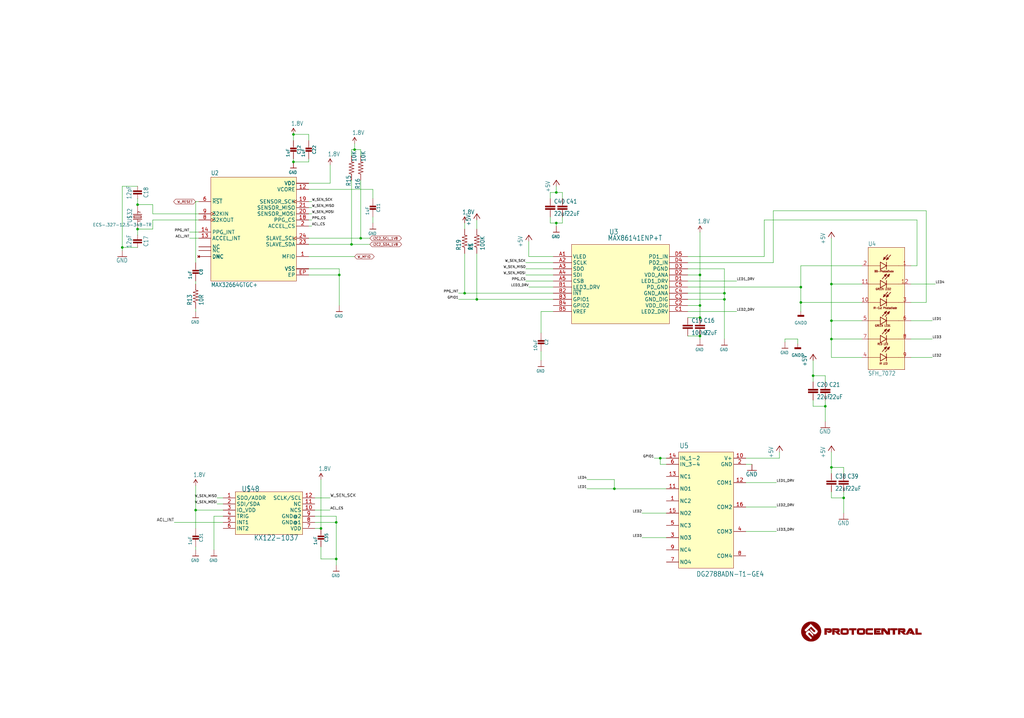
<source format=kicad_sch>
(kicad_sch (version 20250114) (generator "eeschema") (generator_version "9.0")
  (paper "User" 425.45 298.602)
  (lib_symbols
    (symbol "pc_healthypi_move_sensor_v7-eagle-import:+5V" (power)
      (symbol "+5V_1_0"
        (pin power_in line (at 0 -2.54 90) (length 2.54) (name "+5V") (number "1"))
      )
    )
    (symbol "pc_healthypi_move_sensor_v7-eagle-import:1.8V" (power)
      (symbol "1.8V_1_0"
        (pin power_in line (at 0 0 90) (length 2.54) (name "1.8V") (number "1"))
      )
    )
    (symbol "pc_healthypi_move_sensor_v7-eagle-import:C-EUC0402"
      (property "Reference" "C" (at 1.524 0.381 0))
      (symbol "C-EUC0402_1_0"
        (pin passive line (at 0 2.54 270) (length 2.54) (name "1") (number "1"))
        (pin passive line (at 0 -5.08 90) (length 2.54) (name "2") (number "2"))
      )
    )
    (symbol "pc_healthypi_move_sensor_v7-eagle-import:CAPACITORS-0402"
      (property "Reference" "C" (at 0 2.54 0))
      (symbol "CAPACITORS-0402_1_0"
        (pin passive line (at -2.54 0 0) (length 0) (name "1") (number "1"))
        (pin passive line (at 2.54 0 180) (length 0) (name "2") (number "2"))
      )
    )
    (symbol "pc_healthypi_move_sensor_v7-eagle-import:CAP_CERAMIC0402"
      (property "Reference" "C" (at 2.54 2.54 0))
      (symbol "CAP_CERAMIC0402_1_0"
        (pin passive line (at 0 5.08 270) (length 2.54) (name "P$1") (number "1"))
        (pin passive line (at 0 -2.54 90) (length 2.54) (name "P$2") (number "2"))
      )
    )
    (symbol "pc_healthypi_move_sensor_v7-eagle-import:DG2788ADN-T1-GE4"
      (property "Reference" "U5" (at -12.3444 26.8986 0))
      (property "Value" "DG2788ADN-T1-GE4" (at -5.3594 -26.4414 0))
      (symbol "DG2788ADN-T1-GE4_1_0"
        (pin bidirectional line (at -17.78 22.86 0) (length 5.08) (name "IN_1-2") (number "14"))
        (pin bidirectional line (at -17.78 20.32 0) (length 5.08) (name "IN_3-4") (number "6"))
        (pin bidirectional line (at -17.78 15.24 0) (length 5.08) (name "NC1") (number "13"))
        (pin bidirectional line (at -17.78 10.16 0) (length 5.08) (name "NO1") (number "11"))
        (pin bidirectional line (at -17.78 5.08 0) (length 5.08) (name "NC2") (number "1"))
        (pin bidirectional line (at -17.78 0 0) (length 5.08) (name "NO2") (number "15"))
        (pin bidirectional line (at -17.78 -5.08 0) (length 5.08) (name "NC3") (number "5"))
        (pin bidirectional line (at -17.78 -10.16 0) (length 5.08) (name "NO3") (number "3"))
        (pin bidirectional line (at -17.78 -15.24 0) (length 5.08) (name "NC4") (number "9"))
        (pin bidirectional line (at -17.78 -20.32 0) (length 5.08) (name "NO4") (number "7"))
        (pin power_in line (at 15.24 22.86 180) (length 5.08) (name "V+") (number "10"))
        (pin passive line (at 15.24 20.32 180) (length 5.08) (name "GND") (number "2"))
        (pin bidirectional line (at 15.24 12.7 180) (length 5.08) (name "COM1") (number "12"))
        (pin bidirectional line (at 15.24 2.54 180) (length 5.08) (name "COM2") (number "16"))
        (pin bidirectional line (at 15.24 -7.62 180) (length 5.08) (name "COM3") (number "4"))
        (pin bidirectional line (at 15.24 -17.78 180) (length 5.08) (name "COM4") (number "8"))
      )
    )
    (symbol "pc_healthypi_move_sensor_v7-eagle-import:ECS-X-34B"
      (symbol "ECS-X-34B_1_0"
        (text "1" (at -2.159 -1.143 0) (effects (font (size 0.8636 0.734)) (justify left bottom)))
        (text "2" (at 1.524 -1.143 0) (effects (font (size 0.8636 0.734)) (justify left bottom)))
        (pin passive line (at -5.08 0 0) (length 2.54) (name "1") (number "P$1"))
        (pin passive line (at 5.08 0 180) (length 2.54) (name "2") (number "P$2"))
      )
    )
    (symbol "pc_healthypi_move_sensor_v7-eagle-import:GND" (power)
      (symbol "GND_1_0"
        (pin power_in line (at 0 2.54 270) (length 2.54) (name "GND") (number "1"))
      )
    )
    (symbol "pc_healthypi_move_sensor_v7-eagle-import:KX122-1037"
      (property "Reference" "U$48" (at -10.16 10.16 0))
      (property "Value" "KX122-1037" (at -5.08 -10.16 0))
      (symbol "KX122-1037_1_0"
        (pin bidirectional line (at -17.78 7.62 0) (length 5.08) (name "SDO/ADDR") (number "1"))
        (pin bidirectional line (at -17.78 5.08 0) (length 5.08) (name "SDI/SDA") (number "2"))
        (pin bidirectional line (at -17.78 2.54 0) (length 5.08) (name "IO_VDD") (number "3"))
        (pin bidirectional line (at -17.78 0 0) (length 5.08) (name "TRIG") (number "4"))
        (pin bidirectional line (at -17.78 -2.54 0) (length 5.08) (name "INT1") (number "5"))
        (pin bidirectional line (at -17.78 -5.08 0) (length 5.08) (name "INT2") (number "6"))
        (pin bidirectional line (at 20.32 7.62 180) (length 5.08) (name "SCLK/SCL") (number "12"))
        (pin bidirectional line (at 20.32 5.08 180) (length 5.08) (name "NC") (number "11"))
        (pin bidirectional line (at 20.32 2.54 180) (length 5.08) (name "NCS") (number "10"))
        (pin bidirectional line (at 20.32 0 180) (length 5.08) (name "GND@2") (number "9"))
        (pin bidirectional line (at 20.32 -2.54 180) (length 5.08) (name "GND@1") (number "8"))
        (pin bidirectional line (at 20.32 -5.08 180) (length 5.08) (name "VDD") (number "7"))
      )
    )
    (symbol "pc_healthypi_move_sensor_v7-eagle-import:MAX32664GTGC+"
      (property "Reference" "U2" (at -17.78 23.622 0))
      (property "Value" "MAX32664GTGC+" (at -17.78 -22.86 0))
      (symbol "MAX32664GTGC+_1_0"
        (pin input line (at -22.86 12.7 0) (length 5.08) (name "~{RST}") (number "6"))
        (pin input clock (at -22.86 7.62 0) (length 5.08) (name "32KIN") (number "9"))
        (pin output clock (at -22.86 5.08 0) (length 5.08) (name "32KOUT") (number "8"))
        (pin input line (at -22.86 0 0) (length 5.08) (name "PPG_INT") (number "14"))
        (pin input line (at -22.86 -2.54 0) (length 5.08) (name "ACCEL_INT") (number "13"))
        (pin passive line (at -22.86 -6.096 0) (length 5.08) (name "NC") (number "15"))
        (pin passive line (at -22.86 -7.62 0) (length 5.08) (name "NC") (number "3"))
        (pin no_connect line (at -22.86 -10.16 0) (length 5.08) (name "DNC") (number "16"))
        (pin no_connect line (at -22.86 -10.16 0) (length 5.08) (name "DNC") (number "17"))
        (pin no_connect line (at -22.86 -10.16 0) (length 5.08) (name "DNC") (number "4"))
        (pin no_connect line (at -22.86 -10.16 0) (length 5.08) (name "DNC") (number "5"))
        (pin power_in line (at 22.86 20.32 180) (length 5.08) (name "VDD") (number "11"))
        (pin power_in line (at 22.86 20.32 180) (length 5.08) (name "VDD") (number "22"))
        (pin power_in line (at 22.86 17.78 180) (length 5.08) (name "VCORE") (number "12"))
        (pin input clock (at 22.86 12.7 180) (length 5.08) (name "SENSOR_SCK") (number "19"))
        (pin output line (at 22.86 10.16 180) (length 5.08) (name "SENSOR_MISO") (number "21"))
        (pin input line (at 22.86 7.62 180) (length 5.08) (name "SENSOR_MOSI") (number "20"))
        (pin input line (at 22.86 5.08 180) (length 5.08) (name "PPG_CS") (number "18"))
        (pin input line (at 22.86 2.54 180) (length 5.08) (name "ACCEL_CS") (number "2"))
        (pin input clock (at 22.86 -2.54 180) (length 5.08) (name "SLAVE_SCL") (number "24"))
        (pin bidirectional line (at 22.86 -5.08 180) (length 5.08) (name "SLAVE_SDA") (number "23"))
        (pin bidirectional line (at 22.86 -10.16 180) (length 5.08) (name "MFIO") (number "1"))
        (pin power_in line (at 22.86 -15.24 180) (length 5.08) (name "VSS") (number "10"))
        (pin power_in line (at 22.86 -15.24 180) (length 5.08) (name "VSS") (number "7"))
        (pin power_in line (at 22.86 -17.78 180) (length 5.08) (name "EP") (number "EP"))
      )
    )
    (symbol "pc_healthypi_move_sensor_v7-eagle-import:MAX86141ENP+T"
      (property "Reference" "U3" (at 23.2156 9.1186 0))
      (property "Value" "MAX86141ENP+T" (at 22.5806 6.5786 0))
      (symbol "MAX86141ENP+T_1_0"
        (pin passive line (at 0 0 0) (length 7.62) (name "VLED") (number "A1"))
        (pin passive line (at 0 -2.54 0) (length 7.62) (name "SCLK") (number "A2"))
        (pin passive line (at 0 -5.08 0) (length 7.62) (name "SDO") (number "A3"))
        (pin passive line (at 0 -7.62 0) (length 7.62) (name "SDI") (number "A4"))
        (pin passive line (at 0 -10.16 0) (length 7.62) (name "CSB") (number "A5"))
        (pin bidirectional line (at 0 -12.7 0) (length 7.62) (name "LED3_DRV") (number "B1"))
        (pin passive line (at 0 -15.24 0) (length 7.62) (name "~{INT}") (number "B2"))
        (pin bidirectional line (at 0 -17.78 0) (length 7.62) (name "GPIO1") (number "B3"))
        (pin bidirectional line (at 0 -20.32 0) (length 7.62) (name "GPIO2") (number "B4"))
        (pin power_in line (at 0 -22.86 0) (length 7.62) (name "VREF") (number "B5"))
        (pin bidirectional line (at 55.88 0 180) (length 7.62) (name "PD1_IN") (number "D5"))
        (pin bidirectional line (at 55.88 -2.54 180) (length 7.62) (name "PD2_IN") (number "D4"))
        (pin passive line (at 55.88 -5.08 180) (length 7.62) (name "PGND") (number "D3"))
        (pin power_in line (at 55.88 -7.62 180) (length 7.62) (name "VDD_ANA") (number "D2"))
        (pin bidirectional line (at 55.88 -10.16 180) (length 7.62) (name "LED1_DRV") (number "D1"))
        (pin passive line (at 55.88 -12.7 180) (length 7.62) (name "PD_GND") (number "C5"))
        (pin passive line (at 55.88 -15.24 180) (length 7.62) (name "GND_ANA") (number "C4"))
        (pin passive line (at 55.88 -17.78 180) (length 7.62) (name "GND_DIG") (number "C3"))
        (pin power_in line (at 55.88 -20.32 180) (length 7.62) (name "VDD_DIG") (number "C2"))
        (pin bidirectional line (at 55.88 -22.86 180) (length 7.62) (name "LED2_DRV") (number "C1"))
      )
    )
    (symbol "pc_healthypi_move_sensor_v7-eagle-import:R-US_R0402"
      (property "Reference" "R" (at -3.81 1.4986 0))
      (symbol "R-US_R0402_1_0"
        (pin passive line (at -5.08 0 0) (length 2.54) (name "1") (number "1"))
        (pin passive line (at 5.08 0 180) (length 2.54) (name "2") (number "2"))
      )
    )
    (symbol "pc_healthypi_move_sensor_v7-eagle-import:SFH_7072"
      (property "Reference" "U4" (at -7.62 25.908 0))
      (property "Value" "SFH_7072" (at -7.62 -27.94 0))
      (symbol "SFH_7072_1_0"
        (text "IR-Cut Photodiode" (at -5.588 -0.254 0) (effects (font (size 0.8128 0.6908)) (justify left bottom)))
        (text "BB-Photodiode" (at -5.08 14.986 0) (effects (font (size 0.8128 0.6908)) (justify left bottom)))
        (text "GREEN LED1" (at -4.826 -7.62 0) (effects (font (size 0.8128 0.6908)) (justify left bottom)))
        (text "GREEN LED2" (at -4.572 7.62 0) (effects (font (size 0.8128 0.6908)) (justify left bottom)))
        (text "RED LED" (at -3.81 -15.24 0) (effects (font (size 0.8128 0.6908)) (justify left bottom)))
        (text "IR LED" (at -3.048 -23.368 0) (effects (font (size 0.8128 0.6908)) (justify left bottom)))
        (pin passive line (at -10.16 17.78 0) (length 2.54) (name "BPA") (number "2"))
        (pin passive line (at -10.16 10.16 0) (length 2.54) (name "G2A") (number "11"))
        (pin passive line (at -10.16 2.54 0) (length 2.54) (name "IPA") (number "10"))
        (pin passive line (at -10.16 -5.08 0) (length 2.54) (name "G1A") (number "5"))
        (pin passive line (at -10.16 -12.7 0) (length 2.54) (name "RA") (number "7"))
        (pin passive line (at -10.16 -20.32 0) (length 2.54) (name "IA") (number "4"))
        (pin passive line (at 10.16 17.78 180) (length 5.08) (name "BPC") (number "1"))
        (pin passive line (at 10.16 10.16 180) (length 5.08) (name "G2C") (number "12"))
        (pin passive line (at 10.16 2.54 180) (length 5.08) (name "IPC") (number "3"))
        (pin passive line (at 10.16 -5.08 180) (length 5.08) (name "G1C") (number "6"))
        (pin passive line (at 10.16 -12.7 180) (length 5.08) (name "RC") (number "8"))
        (pin passive line (at 10.16 -20.32 180) (length 5.08) (name "IC") (number "9"))
      )
    )
    (symbol "pc_healthypi_move_sensor_v7-eagle-import:microbuilder_GND" (power)
      (symbol "microbuilder_GND_1_0"
        (pin power_in line (at 0 2.54 270) (length 2.54) (name "GND") (number "1"))
      )
    )
    (symbol "pc_healthypi_move_sensor_v7-eagle-import:supply1_371_GND" (power)
      (symbol "supply1_371_GND_1_0"
        (pin power_in line (at 0 2.54 270) (length 2.54) (name "GND") (number "1"))
      )
    )
    (symbol "power:GNDD" (power) (pin_numbers (hide yes)) (pin_names (offset 0) (hide yes))
      (property "Value" "GNDD" (at 0 -3.175 0))
      (symbol "GNDD_1_1"
        (pin power_in line (at 0 0 270) (length 0) (name "~") (number "1"))
      )
    )
    (symbol "protocentral:pc_logo_full" (pin_numbers (hide yes)) (pin_names (offset 0) (hide yes)) (in_bom no))
  )
  (junction (at 121.92 55.88))
  (junction (at 290.83 139.7))
  (junction (at 139.7 217.17))
  (junction (at 290.83 127))
  (junction (at 231.14 80.01))
  (junction (at 139.7 232.41))
  (junction (at 274.32 190.5))
  (junction (at 255.27 203.2))
  (junction (at 57.15 85.09))
  (junction (at 342.9 168.91))
  (junction (at 337.82 156.21))
  (junction (at 345.44 140.97))
  (junction (at 50.8 102.87))
  (junction (at 57.15 95.25))
  (junction (at 350.52 207.01))
  (junction (at 231.14 92.71))
  (junction (at 133.35 219.71))
  (junction (at 290.83 132.08))
  (junction (at 290.83 114.3))
  (junction (at 332.74 119.38))
  (junction (at 146.05 101.6))
  (junction (at 198.12 124.46))
  (junction (at 149.86 99.06))
  (junction (at 147.32 62.23))
  (junction (at 81.28 212.09))
  (junction (at 332.74 125.73))
  (junction (at 140.97 114.3))
  (junction (at 345.44 194.31))
  (junction (at 300.99 124.46))
  (junction (at 193.04 121.92))
  (junction (at 345.44 118.11))
  (junction (at 300.99 121.92))
  (junction (at 121.92 67.31))
  (junction (at 345.44 133.35))
  (wire (pts (xy 149.86 99.06) (xy 153.67 99.06)) (stroke (width 0.1524)))
  (wire (pts (xy 233.68 92.71) (xy 233.68 90.17)) (stroke (width 0.1524)))
  (wire (pts (xy 228.6 82.55) (xy 228.6 80.01)) (stroke (width 0.1524)))
  (wire (pts (xy 139.7 232.41) (xy 139.7 234.95)) (stroke (width 0.1524)))
  (wire (pts (xy 92.71 207.01) (xy 90.17 207.01)) (stroke (width 0.1524)))
  (wire (pts (xy 128.27 55.88) (xy 121.92 55.88)) (stroke (width 0.1524)))
  (wire (pts (xy 149.86 74.93) (xy 149.86 99.06)) (stroke (width 0.1524)))
  (wire (pts (xy 81.28 228.6) (xy 81.28 227.33)) (stroke (width 0.1524)))
  (wire (pts (xy 274.32 190.5) (xy 271.78 190.5)) (stroke (width 0.1524)))
  (wire (pts (xy 381 110.49) (xy 381 91.44)) (stroke (width 0.1524)))
  (wire (pts (xy 57.15 77.47) (xy 50.8 77.47)) (stroke (width 0.1524)))
  (wire (pts (xy 229.87 124.46) (xy 198.12 124.46)) (stroke (width 0.1524)))
  (wire (pts (xy 358.14 110.49) (xy 332.74 110.49)) (stroke (width 0.1524)))
  (wire (pts (xy 274.32 193.04) (xy 274.32 190.5)) (stroke (width 0.1524)))
  (wire (pts (xy 358.14 118.11) (xy 345.44 118.11)) (stroke (width 0.1524)))
  (wire (pts (xy 50.8 102.87) (xy 57.15 102.87)) (stroke (width 0.1524)))
  (wire (pts (xy 233.68 82.55) (xy 233.68 80.01)) (stroke (width 0.1524)))
  (wire (pts (xy 128.27 99.06) (xy 149.86 99.06)) (stroke (width 0.1524)))
  (wire (pts (xy 309.88 210.82) (xy 322.58 210.82)) (stroke (width 0.1524)))
  (wire (pts (xy 337.82 166.37) (xy 337.82 168.91)) (stroke (width 0.1524)))
  (wire (pts (xy 130.81 217.17) (xy 139.7 217.17)) (stroke (width 0.1524)))
  (wire (pts (xy 231.14 80.01) (xy 233.68 80.01)) (stroke (width 0.1524)))
  (wire (pts (xy 345.44 204.47) (xy 345.44 207.01)) (stroke (width 0.1524)))
  (wire (pts (xy 300.99 121.92) (xy 300.99 124.46)) (stroke (width 0.1524)))
  (wire (pts (xy 345.44 140.97) (xy 345.44 133.35)) (stroke (width 0.1524)))
  (wire (pts (xy 63.5 88.9) (xy 82.55 88.9)) (stroke (width 0.1524)))
  (wire (pts (xy 57.15 97.79) (xy 57.15 95.25)) (stroke (width 0.1524)))
  (wire (pts (xy 82.55 83.82) (xy 81.28 83.82)) (stroke (width 0.1524)))
  (wire (pts (xy 154.94 90.17) (xy 154.94 92.71)) (stroke (width 0.1524)))
  (wire (pts (xy 81.28 118.11) (xy 81.28 116.84)) (stroke (width 0.1524)))
  (wire (pts (xy 231.14 93.98) (xy 231.14 92.71)) (stroke (width 0.1524)))
  (wire (pts (xy 342.9 175.26) (xy 342.9 168.91)) (stroke (width 0.1524)))
  (wire (pts (xy 57.15 95.25) (xy 63.5 95.25)) (stroke (width 0.1524)))
  (wire (pts (xy 285.75 116.84) (xy 306.07 116.84)) (stroke (width 0.1524)))
  (wire (pts (xy 229.87 114.3) (xy 218.44 114.3)) (stroke (width 0.1524)))
  (wire (pts (xy 81.28 212.09) (xy 81.28 219.71)) (stroke (width 0.1524)))
  (wire (pts (xy 350.52 213.36) (xy 350.52 207.01)) (stroke (width 0.1524)))
  (wire (pts (xy 337.82 168.91) (xy 342.9 168.91)) (stroke (width 0.1524)))
  (wire (pts (xy 290.83 140.97) (xy 290.83 139.7)) (stroke (width 0.1524)))
  (wire (pts (xy 72.39 217.17) (xy 92.71 217.17)) (stroke (width 0.1524)))
  (wire (pts (xy 384.81 87.63) (xy 321.31 87.63)) (stroke (width 0.1524)))
  (wire (pts (xy 231.14 80.01) (xy 231.14 77.47)) (stroke (width 0.1524)))
  (wire (pts (xy 50.8 102.87) (xy 50.8 104.14)) (stroke (width 0.1524)))
  (wire (pts (xy 309.88 220.98) (xy 322.58 220.98)) (stroke (width 0.1524)))
  (wire (pts (xy 285.75 109.22) (xy 321.31 109.22)) (stroke (width 0.1524)))
  (wire (pts (xy 147.32 62.23) (xy 147.32 59.69)) (stroke (width 0.1524)))
  (wire (pts (xy 140.97 111.76) (xy 140.97 114.3)) (stroke (width 0.1524)))
  (wire (pts (xy 309.88 190.5) (xy 323.85 190.5)) (stroke (width 0.1524)))
  (wire (pts (xy 337.82 158.75) (xy 337.82 156.21)) (stroke (width 0.1524)))
  (wire (pts (xy 309.88 193.04) (xy 312.42 193.04)) (stroke (width 0.1524)))
  (wire (pts (xy 57.15 85.09) (xy 63.5 85.09)) (stroke (width 0.1524)))
  (wire (pts (xy 128.27 101.6) (xy 146.05 101.6)) (stroke (width 0.1524)))
  (wire (pts (xy 128.27 114.3) (xy 140.97 114.3)) (stroke (width 0.1524)))
  (wire (pts (xy 345.44 194.31) (xy 345.44 187.96)) (stroke (width 0.1524)))
  (wire (pts (xy 128.27 78.74) (xy 154.94 78.74)) (stroke (width 0.1524)))
  (wire (pts (xy 121.92 55.88) (xy 121.92 58.42)) (stroke (width 0.1524)))
  (wire (pts (xy 285.75 121.92) (xy 300.99 121.92)) (stroke (width 0.1524)))
  (wire (pts (xy 358.14 133.35) (xy 345.44 133.35)) (stroke (width 0.1524)))
  (wire (pts (xy 381 91.44) (xy 317.5 91.44)) (stroke (width 0.1524)))
  (wire (pts (xy 317.5 91.44) (xy 317.5 106.68)) (stroke (width 0.1524)))
  (wire (pts (xy 63.5 88.9) (xy 63.5 85.09)) (stroke (width 0.1524)))
  (wire (pts (xy 331.47 143.002) (xy 331.47 140.97)))
  (wire (pts (xy 337.82 156.21) (xy 337.82 149.86)) (stroke (width 0.1524)))
  (wire (pts (xy 345.44 207.01) (xy 350.52 207.01)) (stroke (width 0.1524)))
  (wire (pts (xy 350.52 194.31) (xy 345.44 194.31)) (stroke (width 0.1524)))
  (wire (pts (xy 285.75 111.76) (xy 300.99 111.76)) (stroke (width 0.1524)))
  (wire (pts (xy 350.52 204.47) (xy 350.52 207.01)) (stroke (width 0.1524)))
  (wire (pts (xy 285.75 132.08) (xy 290.83 132.08)) (stroke (width 0.1524)))
  (wire (pts (xy 193.04 105.41) (xy 193.04 121.92)) (stroke (width 0.1524)))
  (wire (pts (xy 255.27 203.2) (xy 276.86 203.2)) (stroke (width 0.1524)))
  (wire (pts (xy 229.87 129.54) (xy 224.79 129.54)) (stroke (width 0.1524)))
  (wire (pts (xy 243.84 203.2) (xy 255.27 203.2)) (stroke (width 0.1524)))
  (wire (pts (xy 121.92 67.31) (xy 121.92 66.04)) (stroke (width 0.1524)))
  (wire (pts (xy 88.9 214.63) (xy 88.9 228.6)) (stroke (width 0.1524)))
  (wire (pts (xy 231.14 92.71) (xy 233.68 92.71)) (stroke (width 0.1524)))
  (wire (pts (xy 243.84 199.39) (xy 255.27 199.39)) (stroke (width 0.1524)))
  (wire (pts (xy 229.87 116.84) (xy 218.44 116.84)) (stroke (width 0.1524)))
  (wire (pts (xy 92.71 214.63) (xy 88.9 214.63)) (stroke (width 0.1524)))
  (wire (pts (xy 276.86 213.36) (xy 266.7 213.36)) (stroke (width 0.1524)))
  (wire (pts (xy 326.136 140.97) (xy 326.136 142.24)))
  (wire (pts (xy 378.46 110.49) (xy 381 110.49)) (stroke (width 0.1524)))
  (wire (pts (xy 140.97 114.3) (xy 140.97 127)) (stroke (width 0.1524)))
  (wire (pts (xy 128.27 58.42) (xy 128.27 55.88)) (stroke (width 0.1524)))
  (wire (pts (xy 146.05 64.77) (xy 146.05 62.23)) (stroke (width 0.1524)))
  (wire (pts (xy 130.81 219.71) (xy 133.35 219.71)) (stroke (width 0.1524)))
  (wire (pts (xy 128.27 83.82) (xy 129.54 83.82)) (stroke (width 0.1524)))
  (wire (pts (xy 285.75 119.38) (xy 332.74 119.38)) (stroke (width 0.1524)))
  (wire (pts (xy 139.7 217.17) (xy 139.7 232.41)) (stroke (width 0.1524)))
  (wire (pts (xy 331.47 140.97) (xy 326.136 140.97)))
  (wire (pts (xy 323.85 190.5) (xy 323.85 187.96)) (stroke (width 0.1524)))
  (wire (pts (xy 285.75 114.3) (xy 290.83 114.3)) (stroke (width 0.1524)))
  (wire (pts (xy 137.16 76.2) (xy 137.16 68.58)) (stroke (width 0.1524)))
  (wire (pts (xy 358.14 125.73) (xy 332.74 125.73)) (stroke (width 0.1524)))
  (wire (pts (xy 50.8 77.47) (xy 50.8 102.87)) (stroke (width 0.1524)))
  (wire (pts (xy 128.27 111.76) (xy 140.97 111.76)) (stroke (width 0.1524)))
  (wire (pts (xy 378.46 125.73) (xy 384.81 125.73)) (stroke (width 0.1524)))
  (wire (pts (xy 198.12 91.44) (xy 198.12 95.25)) (stroke (width 0.1524)))
  (wire (pts (xy 342.9 156.21) (xy 337.82 156.21)) (stroke (width 0.1524)))
  (wire (pts (xy 133.35 232.41) (xy 139.7 232.41)) (stroke (width 0.1524)))
  (wire (pts (xy 290.83 127) (xy 290.83 114.3)) (stroke (width 0.1524)))
  (wire (pts (xy 290.83 114.3) (xy 290.83 96.52)) (stroke (width 0.1524)))
  (wire (pts (xy 358.14 148.59) (xy 345.44 148.59)) (stroke (width 0.1524)))
  (wire (pts (xy 255.27 199.39) (xy 255.27 203.2)) (stroke (width 0.1524)))
  (wire (pts (xy 358.14 140.97) (xy 345.44 140.97)) (stroke (width 0.1524)))
  (wire (pts (xy 229.87 111.76) (xy 218.44 111.76)) (stroke (width 0.1524)))
  (wire (pts (xy 193.04 121.92) (xy 190.5 121.92)) (stroke (width 0.1524)))
  (wire (pts (xy 224.79 146.05) (xy 224.79 149.86)) (stroke (width 0.1524)))
  (wire (pts (xy 332.74 110.49) (xy 332.74 119.38)) (stroke (width 0.1524)))
  (wire (pts (xy 146.05 74.93) (xy 146.05 101.6)) (stroke (width 0.1524)))
  (wire (pts (xy 285.75 129.54) (xy 306.07 129.54)) (stroke (width 0.1524)))
  (wire (pts (xy 128.27 67.31) (xy 121.92 67.31)) (stroke (width 0.1524)))
  (wire (pts (xy 228.6 90.17) (xy 228.6 92.71)) (stroke (width 0.1524)))
  (wire (pts (xy 321.31 87.63) (xy 321.31 109.22)) (stroke (width 0.1524)))
  (wire (pts (xy 285.75 106.68) (xy 317.5 106.68)) (stroke (width 0.1524)))
  (wire (pts (xy 128.27 91.44) (xy 129.54 91.44)) (stroke (width 0.1524)))
  (wire (pts (xy 350.52 196.85) (xy 350.52 194.31)) (stroke (width 0.1524)))
  (wire (pts (xy 229.87 109.22) (xy 218.44 109.22)) (stroke (width 0.1524)))
  (wire (pts (xy 276.86 193.04) (xy 274.32 193.04)) (stroke (width 0.1524)))
  (wire (pts (xy 332.74 125.73) (xy 332.74 119.38)) (stroke (width 0.1524)))
  (wire (pts (xy 285.75 139.7) (xy 290.83 139.7)) (stroke (width 0.1524)))
  (wire (pts (xy 128.27 88.9) (xy 129.54 88.9)) (stroke (width 0.1524)))
  (wire (pts (xy 139.7 214.63) (xy 139.7 217.17)) (stroke (width 0.1524)))
  (wire (pts (xy 345.44 148.59) (xy 345.44 140.97)) (stroke (width 0.1524)))
  (wire (pts (xy 146.05 62.23) (xy 147.32 62.23)) (stroke (width 0.1524)))
  (wire (pts (xy 198.12 124.46) (xy 190.5 124.46)) (stroke (width 0.1524)))
  (wire (pts (xy 149.86 62.23) (xy 147.32 62.23)) (stroke (width 0.1524)))
  (wire (pts (xy 128.27 106.68) (xy 147.32 106.68)) (stroke (width 0.1524)))
  (wire (pts (xy 378.46 118.11) (xy 388.62 118.11)) (stroke (width 0.1524)))
  (wire (pts (xy 81.28 212.09) (xy 81.28 201.93)) (stroke (width 0.1524)))
  (wire (pts (xy 378.46 148.59) (xy 387.35 148.59)) (stroke (width 0.1524)))
  (wire (pts (xy 378.46 133.35) (xy 387.35 133.35)) (stroke (width 0.1524)))
  (wire (pts (xy 149.86 62.23) (xy 149.86 64.77)) (stroke (width 0.1524)))
  (wire (pts (xy 193.04 92.71) (xy 193.04 95.25)) (stroke (width 0.1524)))
  (wire (pts (xy 81.28 129.54) (xy 81.28 128.27)) (stroke (width 0.1524)))
  (wire (pts (xy 198.12 105.41) (xy 198.12 124.46)) (stroke (width 0.1524)))
  (wire (pts (xy 309.88 200.66) (xy 322.58 200.66)) (stroke (width 0.1524)))
  (wire (pts (xy 276.86 190.5) (xy 274.32 190.5)) (stroke (width 0.1524)))
  (wire (pts (xy 130.81 212.09) (xy 137.16 212.09)) (stroke (width 0.1524)))
  (wire (pts (xy 219.71 106.68) (xy 219.71 100.33)) (stroke (width 0.1524)))
  (wire (pts (xy 154.94 78.74) (xy 154.94 82.55)) (stroke (width 0.1524)))
  (wire (pts (xy 133.35 227.33) (xy 133.35 232.41)) (stroke (width 0.1524)))
  (wire (pts (xy 378.46 140.97) (xy 387.35 140.97)) (stroke (width 0.1524)))
  (wire (pts (xy 342.9 166.37) (xy 342.9 168.91)) (stroke (width 0.1524)))
  (wire (pts (xy 228.6 92.71) (xy 231.14 92.71)) (stroke (width 0.1524)))
  (wire (pts (xy 285.75 124.46) (xy 300.99 124.46)) (stroke (width 0.1524)))
  (wire (pts (xy 128.27 76.2) (xy 137.16 76.2)) (stroke (width 0.1524)))
  (wire (pts (xy 57.15 85.09) (xy 57.15 82.55)) (stroke (width 0.1524)))
  (wire (pts (xy 290.83 132.08) (xy 290.83 127)) (stroke (width 0.1524)))
  (wire (pts (xy 130.81 207.01) (xy 137.16 207.01)) (stroke (width 0.1524)))
  (wire (pts (xy 228.6 80.01) (xy 231.14 80.01)) (stroke (width 0.1524)))
  (wire (pts (xy 92.71 209.55) (xy 90.17 209.55)) (stroke (width 0.1524)))
  (wire (pts (xy 92.71 212.09) (xy 81.28 212.09)) (stroke (width 0.1524)))
  (wire (pts (xy 345.44 133.35) (xy 345.44 118.11)) (stroke (width 0.1524)))
  (wire (pts (xy 128.27 86.36) (xy 129.54 86.36)) (stroke (width 0.1524)))
  (wire (pts (xy 229.87 121.92) (xy 193.04 121.92)) (stroke (width 0.1524)))
  (wire (pts (xy 82.55 99.06) (xy 78.74 99.06)) (stroke (width 0.1524)))
  (wire (pts (xy 300.99 124.46) (xy 300.99 140.97)) (stroke (width 0.1524)))
  (wire (pts (xy 224.79 129.54) (xy 224.79 138.43)) (stroke (width 0.1524)))
  (wire (pts (xy 345.44 118.11) (xy 345.44 99.06)) (stroke (width 0.1524)))
  (wire (pts (xy 229.87 119.38) (xy 219.71 119.38)) (stroke (width 0.1524)))
  (wire (pts (xy 342.9 158.75) (xy 342.9 156.21)) (stroke (width 0.1524)))
  (wire (pts (xy 133.35 219.71) (xy 133.35 199.39)) (stroke (width 0.1524)))
  (wire (pts (xy 384.81 125.73) (xy 384.81 87.63)) (stroke (width 0.1524)))
  (wire (pts (xy 229.87 106.68) (xy 219.71 106.68)) (stroke (width 0.1524)))
  (wire (pts (xy 276.86 223.52) (xy 266.7 223.52)) (stroke (width 0.1524)))
  (wire (pts (xy 146.05 101.6) (xy 153.67 101.6)) (stroke (width 0.1524)))
  (wire (pts (xy 82.55 96.52) (xy 78.74 96.52)) (stroke (width 0.1524)))
  (wire (pts (xy 332.74 129.54) (xy 332.74 125.73)) (stroke (width 0.1524)))
  (wire (pts (xy 82.55 91.44) (xy 63.5 91.44)) (stroke (width 0.1524)))
  (wire (pts (xy 130.81 214.63) (xy 139.7 214.63)) (stroke (width 0.1524)))
  (wire (pts (xy 128.27 66.04) (xy 128.27 67.31)) (stroke (width 0.1524)))
  (wire (pts (xy 345.44 196.85) (xy 345.44 194.31)) (stroke (width 0.1524)))
  (wire (pts (xy 63.5 91.44) (xy 63.5 95.25)) (stroke (width 0.1524)))
  (wire (pts (xy 300.99 111.76) (xy 300.99 121.92)) (stroke (width 0.1524)))
  (wire (pts (xy 81.28 109.22) (xy 81.28 83.82)) (stroke (width 0.1524)))
  (wire (pts (xy 128.27 93.98) (xy 129.54 93.98)) (stroke (width 0.1524)))
  (wire (pts (xy 285.75 127) (xy 290.83 127)) (stroke (width 0.1524)))
  (label "PPG_CS" (at 129.54 91.44 0) (effects (font (size 0.9957 0.9957))))
  (label "LED4" (at 388.62 118.11 0) (effects (font (size 0.9957 0.9957))))
  (label "W_SEN_SCK" (at 129.54 83.82 0) (effects (font (size 0.9957 0.9957))))
  (label "W_SEN_MOSI" (at 90.17 209.55 180) (effects (font (size 0.9957 0.9957))))
  (label "LED2_DRV" (at 306.07 129.54 0) (effects (font (size 0.9957 0.9957))))
  (label "W_SEN_SCK" (at 218.44 109.22 180) (effects (font (size 0.9957 0.9957))))
  (label "LED3" (at 387.35 140.97 0) (effects (font (size 0.9957 0.9957))))
  (label "PPG_INT" (at 78.74 96.52 180) (effects (font (size 0.9957 0.9957))))
  (label "W_SEN_MOSI" (at 218.44 114.3 180) (effects (font (size 0.9957 0.9957))))
  (label "W_SEN_MISO" (at 90.17 207.01 180) (effects (font (size 0.9957 0.9957))))
  (label "W_SEN_MISO" (at 218.44 111.76 180) (effects (font (size 0.9957 0.9957))))
  (label "LED1_DRV" (at 322.58 200.66 0) (effects (font (size 0.9957 0.9957))))
  (label "W_SEN_SCK" (at 137.16 207.01 0) (effects (font (size 1.2446 1.2446))))
  (label "LED2_DRV" (at 322.58 210.82 0) (effects (font (size 0.9957 0.9957))))
  (label "LED1" (at 243.84 203.2 180) (effects (font (size 0.9957 0.9957))))
  (label "W_SEN_MISO" (at 129.54 86.36 0) (effects (font (size 0.9957 0.9957))))
  (label "LED1_DRV" (at 306.07 116.84 0) (effects (font (size 0.9957 0.9957))))
  (label "LED3" (at 266.7 223.52 180) (effects (font (size 0.9957 0.9957))))
  (label "ACL_INT" (at 78.74 99.06 180) (effects (font (size 0.9957 0.9957))))
  (label "LED3_DRV" (at 322.58 220.98 0) (effects (font (size 0.9957 0.9957))))
  (label "LED2" (at 387.35 148.59 0) (effects (font (size 0.9957 0.9957))))
  (label "GPIO1" (at 190.5 124.46 180) (effects (font (size 0.9957 0.9957))))
  (label "W_SEN_MOSI" (at 129.54 88.9 0) (effects (font (size 0.9957 0.9957))))
  (label "ACL_CS" (at 129.54 93.98 0) (effects (font (size 0.9957 0.9957))))
  (label "GPIO1" (at 271.78 190.5 180) (effects (font (size 0.9957 0.9957))))
  (label "ACL_CS" (at 137.16 212.09 0) (effects (font (size 0.9957 0.9957))))
  (label "LED1" (at 387.35 133.35 0) (effects (font (size 0.9957 0.9957))))
  (label "LED3_DRV" (at 219.71 119.38 180) (effects (font (size 0.9957 0.9957))))
  (label "PPG_INT" (at 190.5 121.92 180) (effects (font (size 0.9957 0.9957))))
  (label "PPG_CS" (at 218.44 116.84 180) (effects (font (size 0.9957 0.9957))))
  (label "LED4" (at 243.84 199.39 180) (effects (font (size 0.9957 0.9957))))
  (label "ACL_INT" (at 72.39 217.17 180) (effects (font (size 1.2446 1.2446))))
  (label "LED2" (at 266.7 213.36 180) (effects (font (size 0.9957 0.9957))))
  (global_label "W_RESET" (shape bidirectional) (at 81.28 83.82 180) (effects (font (size 0.9957 0.9957))) (property "Intersheetrefs" "${INTERSHEET_REFS}" (effects (hide yes))))
  (global_label "I2C2_SDA_1V8" (shape bidirectional) (at 153.67 101.6 0) (effects (font (size 0.9957 0.9957))) (property "Intersheetrefs" "${INTERSHEET_REFS}" (effects (hide yes))))
  (global_label "I2C2_SCL_1V8" (shape bidirectional) (at 153.67 99.06 0) (effects (font (size 0.9957 0.9957))) (property "Intersheetrefs" "${INTERSHEET_REFS}" (effects (hide yes))))
  (global_label "W_MFIO" (shape bidirectional) (at 147.32 106.68 0) (effects (font (size 0.9957 0.9957))) (property "Intersheetrefs" "${INTERSHEET_REFS}" (effects (hide yes))))
  (symbol (lib_id "pc_healthypi_move_sensor_v7-eagle-import:1.8V") (at 193.04 92.71 0) (unit 1)
    (property "Reference" "#U$44" (effects (hide yes)))
    (property "Value" "1.8V" (at 192.024 89.154 0) (effects (font (size 1.778 1.5113)) (justify left bottom)))
  )
  (symbol (lib_id "pc_healthypi_move_sensor_v7-eagle-import:C-EUC0402") (at 285.75 134.62 0) (unit 1)
    (property "Reference" "C19" (at 287.274 134.239 0) (effects (font (size 1.778 1.5113)) (justify left bottom)))
    (property "Value" "100nF" (at 287.274 139.319 0) (effects (font (size 1.778 1.5113)) (justify left bottom)))
    (property "Footprint" "pc_healthypi_move_sensor_v7:C0402" (effects (hide yes)))
  )
  (symbol (lib_id "pc_healthypi_move_sensor_v7-eagle-import:C-EUC0402") (at 342.9 161.29 0) (unit 1)
    (property "Reference" "C21" (at 344.424 160.909 0) (effects (font (size 1.778 1.5113)) (justify left bottom)))
    (property "Value" "22uF" (at 344.424 165.989 0) (effects (font (size 1.778 1.5113)) (justify left bottom)))
    (property "Footprint" "pc_healthypi_move_sensor_v7:C0402" (effects (hide yes)))
  )
  (symbol (lib_id "pc_healthypi_move_sensor_v7-eagle-import:R-US_R0402") (at 193.04 100.33 90) (unit 1)
    (property "Reference" "R19" (at 191.5414 104.14 0) (effects (font (size 1.778 1.5113)) (justify left bottom)))
    (property "Value" "1K" (at 196.342 104.14 0) (effects (font (size 1.778 1.5113)) (justify left bottom)))
    (property "Footprint" "Resistor_SMD:R_0402_1005Metric" (effects (hide yes)))
  )
  (symbol (lib_id "pc_healthypi_move_sensor_v7-eagle-import:+5V") (at 231.14 74.93 0) (unit 1)
    (property "Reference" "#P+7" (effects (hide yes)))
    (property "Value" "+5V" (at 228.6 80.01 90) (effects (font (size 1.778 1.5113)) (justify left bottom)))
  )
  (symbol (lib_id "pc_healthypi_move_sensor_v7-eagle-import:DG2788ADN-T1-GE4") (at 294.64 213.36 0) (unit 1)
    (property "Reference" "U5" (at 282.2956 186.4614 0) (effects (font (size 2.0828 1.7703)) (justify left bottom)))
    (property "Value" "DG2788ADN-T1-GE4" (at 289.2806 239.8014 0) (effects (font (size 2.0828 1.7703)) (justify left bottom)))
    (property "Footprint" "DG2788ADN:MINIQFN-16_VIS" (effects (hide yes)))
  )
  (symbol (lib_id "pc_healthypi_move_sensor_v7-eagle-import:C-EUC0402") (at 337.82 161.29 0) (unit 1)
    (property "Reference" "C20" (at 339.344 160.909 0) (effects (font (size 1.778 1.5113)) (justify left bottom)))
    (property "Value" "22uF" (at 339.344 165.989 0) (effects (font (size 1.778 1.5113)) (justify left bottom)))
    (property "Footprint" "pc_healthypi_move_sensor_v7:C0402" (effects (hide yes)))
  )
  (symbol (lib_id "pc_healthypi_move_sensor_v7-eagle-import:+5V") (at 323.85 185.42 0) (unit 1)
    (property "Reference" "#P+3" (effects (hide yes)))
    (property "Value" "+5V" (at 321.31 190.5 90) (effects (font (size 1.778 1.5113)) (justify left bottom)))
  )
  (symbol (lib_id "pc_healthypi_move_sensor_v7-eagle-import:GND") (at 50.8 106.68 0) (unit 1)
    (property "Reference" "#GND13" (effects (hide yes)))
    (property "Value" "GND" (at 48.26 109.22 0) (effects (font (size 1.778 1.5113)) (justify left bottom)))
  )
  (symbol (lib_id "pc_healthypi_move_sensor_v7-eagle-import:supply1_371_GND") (at 342.9 177.8 0) (unit 1)
    (property "Reference" "#GND19" (effects (hide yes)))
    (property "Value" "GND" (at 340.36 180.34 0) (effects (font (size 1.778 1.5113)) (justify left bottom)))
  )
  (symbol (lib_id "pc_healthypi_move_sensor_v7-eagle-import:microbuilder_GND") (at 326.136 144.78 0) (mirror y) (unit 1)
    (property "Reference" "#U$1" (effects (hide yes)))
    (property "Value" "GND" (at 327.66 147.32 0) (effects (font (size 1.27 1.0795)) (justify left bottom)))
  )
  (symbol (lib_id "power:GNDD") (at 331.47 143.002 0) (unit 1)
    (property "Reference" "#PWR02" (effects (hide yes)))
    (property "Value" "GNDD" (at 331.47 147.701 0))
    (property "Description" "Power symbol creates a global label with name \"GNDD\" , digital ground" (effects (hide yes)))
  )
  (symbol (lib_id "pc_healthypi_move_sensor_v7-eagle-import:CAP_CERAMIC0402") (at 81.28 114.3 0) (mirror y) (unit 1)
    (property "Reference" "C8" (at 83.57 113.05 90))
    (property "Value" "1uF" (at 78.98 114.32 90))
    (property "Footprint" "pc_healthypi_move_sensor_v7:0402" (effects (hide yes)))
  )
  (symbol (lib_id "pc_healthypi_move_sensor_v7-eagle-import:C-EUC0402") (at 350.52 199.39 0) (unit 1)
    (property "Reference" "C39" (at 352.044 199.009 0) (effects (font (size 1.778 1.5113)) (justify left bottom)))
    (property "Value" "22uF" (at 352.044 204.089 0) (effects (font (size 1.778 1.5113)) (justify left bottom)))
    (property "Footprint" "pc_healthypi_move_sensor_v7:C0402" (effects (hide yes)))
  )
  (symbol (lib_id "pc_healthypi_move_sensor_v7-eagle-import:microbuilder_GND") (at 140.97 129.54 0) (mirror y) (unit 1)
    (property "Reference" "#U$17" (effects (hide yes)))
    (property "Value" "GND" (at 142.494 132.08 0) (effects (font (size 1.27 1.0795)) (justify left bottom)))
  )
  (symbol (lib_id "pc_healthypi_move_sensor_v7-eagle-import:microbuilder_GND") (at 154.94 95.25 0) (mirror y) (unit 1)
    (property "Reference" "#U$40" (effects (hide yes)))
    (property "Value" "GND" (at 156.464 97.79 0) (effects (font (size 1.27 1.0795)) (justify left bottom)))
  )
  (symbol (lib_id "pc_healthypi_move_sensor_v7-eagle-import:CAP_CERAMIC0402") (at 154.94 87.63 0) (mirror y) (unit 1)
    (property "Reference" "C11" (at 157.23 86.38 90))
    (property "Value" "1uF" (at 152.64 87.65 90))
    (property "Footprint" "pc_healthypi_move_sensor_v7:0402" (effects (hide yes)))
  )
  (symbol (lib_id "pc_healthypi_move_sensor_v7-eagle-import:+5V") (at 345.44 185.42 0) (unit 1)
    (property "Reference" "#P+1" (effects (hide yes)))
    (property "Value" "+5V" (at 342.9 190.5 90) (effects (font (size 1.778 1.5113)) (justify left bottom)))
  )
  (symbol (lib_id "pc_healthypi_move_sensor_v7-eagle-import:supply1_371_GND") (at 350.52 215.9 0) (unit 1)
    (property "Reference" "#GND18" (effects (hide yes)))
    (property "Value" "GND" (at 347.98 218.44 0) (effects (font (size 1.778 1.5113)) (justify left bottom)))
  )
  (symbol (lib_id "pc_healthypi_move_sensor_v7-eagle-import:CAP_CERAMIC0402") (at 121.92 63.5 0) (mirror y) (unit 1)
    (property "Reference" "C12" (at 124.21 62.25 90))
    (property "Value" "1uF" (at 119.62 63.52 90))
    (property "Footprint" "pc_healthypi_move_sensor_v7:0402" (effects (hide yes)))
  )
  (symbol (lib_id "pc_healthypi_move_sensor_v7-eagle-import:CAP_CERAMIC0402") (at 224.79 143.51 0) (mirror y) (unit 1)
    (property "Reference" "C2" (at 227.08 142.26 90))
    (property "Value" "10uF" (at 222.49 143.53 90))
    (property "Footprint" "pc_healthypi_move_sensor_v7:0402" (effects (hide yes)))
  )
  (symbol (lib_id "pc_healthypi_move_sensor_v7-eagle-import:+5V") (at 219.71 97.79 0) (unit 1)
    (property "Reference" "#P+8" (effects (hide yes)))
    (property "Value" "+5V" (at 217.17 102.87 90) (effects (font (size 1.778 1.5113)) (justify left bottom)))
  )
  (symbol (lib_id "power:GNDD") (at 332.74 129.54 0) (unit 1)
    (property "Reference" "#PWR01" (effects (hide yes)))
    (property "Value" "GNDD" (at 332.74 134.239 0))
    (property "Description" "Power symbol creates a global label with name \"GNDD\" , digital ground" (effects (hide yes)))
  )
  (symbol (lib_id "pc_healthypi_move_sensor_v7-eagle-import:R-US_R0402") (at 146.05 69.85 90) (unit 1)
    (property "Reference" "R15" (at 145.8214 77.47 0) (effects (font (size 1.778 1.5113)) (justify left bottom)))
    (property "Value" "10K" (at 148.082 67.31 0) (effects (font (size 1.778 1.5113)) (justify left bottom)))
    (property "Footprint" "Resistor_SMD:R_0402_1005Metric" (effects (hide yes)))
  )
  (symbol (lib_id "pc_healthypi_move_sensor_v7-eagle-import:microbuilder_GND") (at 290.83 143.51 0) (mirror y) (unit 1)
    (property "Reference" "#U$53" (effects (hide yes)))
    (property "Value" "GND" (at 292.354 146.05 0) (effects (font (size 1.27 1.0795)) (justify left bottom)))
  )
  (symbol (lib_id "pc_healthypi_move_sensor_v7-eagle-import:1.8V") (at 121.92 55.88 0) (unit 1)
    (property "Reference" "#U$45" (effects (hide yes)))
    (property "Value" "1.8V" (at 120.904 52.324 0) (effects (font (size 1.778 1.5113)) (justify left bottom)))
  )
  (symbol (lib_id "pc_healthypi_move_sensor_v7-eagle-import:C-EUC0402") (at 290.83 134.62 0) (unit 1)
    (property "Reference" "C16" (at 292.354 134.239 0) (effects (font (size 1.778 1.5113)) (justify left bottom)))
    (property "Value" "22uF" (at 292.354 139.319 0) (effects (font (size 1.778 1.5113)) (justify left bottom)))
    (property "Footprint" "pc_healthypi_move_sensor_v7:C0402" (effects (hide yes)))
  )
  (symbol (lib_id "pc_healthypi_move_sensor_v7-eagle-import:KX122-1037") (at 110.49 214.63 0) (unit 1)
    (property "Reference" "U$48" (at 100.33 204.47 0) (effects (font (size 2.1844 1.8567)) (justify left bottom)))
    (property "Value" "KX122-1037" (at 105.41 224.79 0) (effects (font (size 2.1844 1.8567)) (justify left bottom)))
    (property "Footprint" "pc_healthypi_move_sensor_v7:KIONIX_KXTJ3-1057" (effects (hide yes)))
  )
  (symbol (lib_id "pc_healthypi_move_sensor_v7-eagle-import:+5V") (at 337.82 147.32 0) (unit 1)
    (property "Reference" "#P+6" (effects (hide yes)))
    (property "Value" "+5V" (at 335.28 152.4 90) (effects (font (size 1.778 1.5113)) (justify left bottom)))
  )
  (symbol (lib_id "pc_healthypi_move_sensor_v7-eagle-import:CAPACITORS-0402") (at 57.15 80.01 270) (unit 1)
    (property "Reference" "C18" (at 59.69 80.01 0) (effects (font (size 1.778 1.5113)) (justify bottom)))
    (property "Value" "12pF" (at 54.61 80.01 0) (effects (font (size 1.778 1.5113)) (justify top)))
    (property "Footprint" "pc_healthypi_move_sensor_v7:C0402" (effects (hide yes)))
  )
  (symbol (lib_id "pc_healthypi_move_sensor_v7-eagle-import:+5V") (at 345.44 96.52 0) (unit 1)
    (property "Reference" "#P+2" (effects (hide yes)))
    (property "Value" "+5V" (at 342.9 101.6 90) (effects (font (size 1.778 1.5113)) (justify left bottom)))
  )
  (symbol (lib_id "pc_healthypi_move_sensor_v7-eagle-import:microbuilder_GND") (at 81.28 231.14 0) (mirror y) (unit 1)
    (property "Reference" "#U$49" (effects (hide yes)))
    (property "Value" "GND" (at 82.804 233.68 0) (effects (font (size 1.27 1.0795)) (justify left bottom)))
  )
  (symbol (lib_id "pc_healthypi_move_sensor_v7-eagle-import:R-US_R0402") (at 198.12 100.33 90) (unit 1)
    (property "Reference" "R1" (at 196.6214 104.14 0) (effects (font (size 1.778 1.5113)) (justify left bottom)))
    (property "Value" "100K" (at 201.422 104.14 0) (effects (font (size 1.778 1.5113)) (justify left bottom)))
    (property "Footprint" "Resistor_SMD:R_0402_1005Metric" (effects (hide yes)))
  )
  (symbol (lib_id "pc_healthypi_move_sensor_v7-eagle-import:MAX32664GTGC+") (at 105.41 96.52 0) (unit 1)
    (property "Reference" "U2" (at 87.63 72.898 0) (effects (font (size 1.778 1.5113)) (justify left bottom)))
    (property "Value" "MAX32664GTGC+" (at 87.63 119.38 0) (effects (font (size 1.778 1.5113)) (justify left bottom)))
    (property "Footprint" "kicad_protocentral_footprints:MAX-QFN24" (effects (hide yes)))
  )
  (symbol (lib_id "pc_healthypi_move_sensor_v7-eagle-import:CAP_CERAMIC0402") (at 81.28 224.79 0) (mirror y) (unit 1)
    (property "Reference" "C31" (at 83.57 223.54 90))
    (property "Value" "1uF" (at 78.98 224.81 90))
    (property "Footprint" "pc_healthypi_move_sensor_v7:0402" (effects (hide yes)))
  )
  (symbol (lib_id "pc_healthypi_move_sensor_v7-eagle-import:C-EUC0402") (at 228.6 85.09 0) (unit 1)
    (property "Reference" "C40" (at 230.124 84.709 0) (effects (font (size 1.778 1.5113)) (justify left bottom)))
    (property "Value" "22uF" (at 230.124 89.789 0) (effects (font (size 1.778 1.5113)) (justify left bottom)))
    (property "Footprint" "pc_healthypi_move_sensor_v7:C0402" (effects (hide yes)))
  )
  (symbol (lib_id "pc_healthypi_move_sensor_v7-eagle-import:microbuilder_GND") (at 231.14 96.52 0) (mirror y) (unit 1)
    (property "Reference" "#U$43" (effects (hide yes)))
    (property "Value" "GND" (at 232.664 99.06 0) (effects (font (size 1.27 1.0795)) (justify left bottom)))
  )
  (symbol (lib_id "pc_healthypi_move_sensor_v7-eagle-import:1.8V") (at 133.35 199.39 0) (unit 1)
    (property "Reference" "#U$56" (effects (hide yes)))
    (property "Value" "1.8V" (at 132.334 195.834 0) (effects (font (size 1.778 1.5113)) (justify left bottom)))
  )
  (symbol (lib_id "pc_healthypi_move_sensor_v7-eagle-import:C-EUC0402") (at 233.68 85.09 0) (unit 1)
    (property "Reference" "C41" (at 235.204 84.709 0) (effects (font (size 1.778 1.5113)) (justify left bottom)))
    (property "Value" "22uF" (at 235.204 89.789 0) (effects (font (size 1.778 1.5113)) (justify left bottom)))
    (property "Footprint" "pc_healthypi_move_sensor_v7:C0402" (effects (hide yes)))
  )
  (symbol (lib_id "protocentral:pc_logo_full") (at 358.775 262.89 0) (unit 1) (in_bom no)
    (property "Reference" "U10" (effects (hide yes)))
  )
  (symbol (lib_id "pc_healthypi_move_sensor_v7-eagle-import:1.8V") (at 290.83 96.52 0) (unit 1)
    (property "Reference" "#U$7" (effects (hide yes)))
    (property "Value" "1.8V" (at 289.814 92.964 0) (effects (font (size 1.778 1.5113)) (justify left bottom)))
  )
  (symbol (lib_id "pc_healthypi_move_sensor_v7-eagle-import:1.8V") (at 147.32 59.69 0) (unit 1)
    (property "Reference" "#U$41" (effects (hide yes)))
    (property "Value" "1.8V" (at 146.304 56.134 0) (effects (font (size 1.778 1.5113)) (justify left bottom)))
  )
  (symbol (lib_id "pc_healthypi_move_sensor_v7-eagle-import:SFH_7072") (at 368.3 128.27 0) (unit 1)
    (property "Reference" "U4" (at 360.68 102.362 0) (effects (font (size 1.778 1.5113)) (justify left bottom)))
    (property "Value" "SFH_7072" (at 360.68 156.21 0) (effects (font (size 1.778 1.5113)) (justify left bottom)))
    (property "Footprint" "SFH7072:XDCR_SFH_7072" (effects (hide yes)))
  )
  (symbol (lib_id "pc_healthypi_move_sensor_v7-eagle-import:microbuilder_GND") (at 224.79 152.4 0) (mirror y) (unit 1)
    (property "Reference" "#U$38" (effects (hide yes)))
    (property "Value" "GND" (at 226.314 154.94 0) (effects (font (size 1.27 1.0795)) (justify left bottom)))
  )
  (symbol (lib_id "pc_healthypi_move_sensor_v7-eagle-import:MAX86141ENP+T") (at 229.87 106.68 0) (unit 1)
    (property "Reference" "U3" (at 253.0856 97.5614 0) (effects (font (size 2.0828 1.7703)) (justify left bottom)))
    (property "Value" "MAX86141ENP+T" (at 252.4506 100.1014 0) (effects (font (size 2.0828 1.7703)) (justify left bottom)))
    (property "Footprint" "MAX86141:21-100134_N201A2-1_MXM" (effects (hide yes)))
  )
  (symbol (lib_id "pc_healthypi_move_sensor_v7-eagle-import:R-US_R0402") (at 149.86 69.85 90) (unit 1)
    (property "Reference" "R16" (at 149.6314 78.74 0) (effects (font (size 1.778 1.5113)) (justify left bottom)))
    (property "Value" "10K" (at 151.892 67.31 0) (effects (font (size 1.778 1.5113)) (justify left bottom)))
    (property "Footprint" "Resistor_SMD:R_0402_1005Metric" (effects (hide yes)))
  )
  (symbol (lib_id "pc_healthypi_move_sensor_v7-eagle-import:microbuilder_GND") (at 300.99 143.51 0) (mirror y) (unit 1)
    (property "Reference" "#U$35" (effects (hide yes)))
    (property "Value" "GND" (at 302.514 146.05 0) (effects (font (size 1.27 1.0795)) (justify left bottom)))
  )
  (symbol (lib_id "pc_healthypi_move_sensor_v7-eagle-import:CAP_CERAMIC0402") (at 128.27 63.5 0) (mirror y) (unit 1)
    (property "Reference" "C22" (at 130.56 62.25 90))
    (property "Value" "1uF" (at 125.97 63.52 90))
    (property "Footprint" "pc_healthypi_move_sensor_v7:0402" (effects (hide yes)))
  )
  (symbol (lib_id "pc_healthypi_move_sensor_v7-eagle-import:microbuilder_GND") (at 81.28 132.08 0) (mirror y) (unit 1)
    (property "Reference" "#U$42" (effects (hide yes)))
    (property "Value" "GND" (at 82.804 134.62 0) (effects (font (size 1.27 1.0795)) (justify left bottom)))
  )
  (symbol (lib_id "pc_healthypi_move_sensor_v7-eagle-import:microbuilder_GND") (at 88.9 231.14 0) (mirror y) (unit 1)
    (property "Reference" "#U$50" (effects (hide yes)))
    (property "Value" "GND" (at 90.424 233.68 0) (effects (font (size 1.27 1.0795)) (justify left bottom)))
  )
  (symbol (lib_id "pc_healthypi_move_sensor_v7-eagle-import:C-EUC0402") (at 345.44 199.39 0) (unit 1)
    (property "Reference" "C38" (at 346.964 199.009 0) (effects (font (size 1.778 1.5113)) (justify left bottom)))
    (property "Value" "22uF" (at 346.964 204.089 0) (effects (font (size 1.778 1.5113)) (justify left bottom)))
    (property "Footprint" "pc_healthypi_move_sensor_v7:C0402" (effects (hide yes)))
  )
  (symbol (lib_id "pc_healthypi_move_sensor_v7-eagle-import:microbuilder_GND") (at 121.92 69.85 0) (mirror y) (unit 1)
    (property "Reference" "#U$47" (effects (hide yes)))
    (property "Value" "GND" (at 123.444 72.39 0) (effects (font (size 1.27 1.0795)) (justify left bottom)))
  )
  (symbol (lib_id "pc_healthypi_move_sensor_v7-eagle-import:1.8V") (at 137.16 68.58 0) (unit 1)
    (property "Reference" "#U$39" (effects (hide yes)))
    (property "Value" "1.8V" (at 136.144 65.024 0) (effects (font (size 1.778 1.5113)) (justify left bottom)))
  )
  (symbol (lib_id "pc_healthypi_move_sensor_v7-eagle-import:1.8V") (at 81.28 201.93 0) (unit 1)
    (property "Reference" "#U$55" (effects (hide yes)))
    (property "Value" "1.8V" (at 80.264 198.374 0) (effects (font (size 1.778 1.5113)) (justify left bottom)))
  )
  (symbol (lib_id "pc_healthypi_move_sensor_v7-eagle-import:R-US_R0402") (at 81.28 123.19 90) (unit 1)
    (property "Reference" "R13" (at 79.7814 127 0) (effects (font (size 1.778 1.5113)) (justify left bottom)))
    (property "Value" "10R" (at 84.582 127 0) (effects (font (size 1.778 1.5113)) (justify left bottom)))
    (property "Footprint" "Resistor_SMD:R_0402_1005Metric" (effects (hide yes)))
  )
  (symbol (lib_id "pc_healthypi_move_sensor_v7-eagle-import:CAPACITORS-0402") (at 57.15 100.33 270) (unit 1)
    (property "Reference" "C17" (at 59.69 100.33 0) (effects (font (size 1.778 1.5113)) (justify bottom)))
    (property "Value" "12pF" (at 54.61 100.33 0) (effects (font (size 1.778 1.5113)) (justify top)))
    (property "Footprint" "pc_healthypi_move_sensor_v7:C0402" (effects (hide yes)))
  )
  (symbol (lib_id "pc_healthypi_move_sensor_v7-eagle-import:ECS-X-34B") (at 57.15 90.17 90) (unit 1)
    (property "Reference" "U$32" (at 54.864 92.71 0) (effects (font (size 1.778 1.5113)) (justify left bottom)))
    (property "Value" "ECS-.327-12.5-34B-TR" (at 50.8 93.472 90))
    (property "Footprint" "pc_healthypi_move_sensor_v7:ECX-31B" (effects (hide yes)))
  )
  (symbol (lib_id "pc_healthypi_move_sensor_v7-eagle-import:microbuilder_GND") (at 139.7 237.49 0) (mirror y) (unit 1)
    (property "Reference" "#U$51" (effects (hide yes)))
    (property "Value" "GND" (at 141.224 240.03 0) (effects (font (size 1.27 1.0795)) (justify left bottom)))
  )
  (symbol (lib_id "pc_healthypi_move_sensor_v7-eagle-import:+5V") (at 198.12 88.9 0) (unit 1)
    (property "Reference" "#P+9" (effects (hide yes)))
    (property "Value" "+5V" (at 195.58 93.98 90) (effects (font (size 1.778 1.5113)) (justify left bottom)))
  )
  (symbol (lib_id "pc_healthypi_move_sensor_v7-eagle-import:supply1_371_GND") (at 312.42 195.58 0) (unit 1)
    (property "Reference" "#GND8" (effects (hide yes)))
    (property "Value" "GND" (at 309.88 198.12 0) (effects (font (size 1.778 1.5113)) (justify left bottom)))
  )
  (symbol (lib_id "pc_healthypi_move_sensor_v7-eagle-import:CAP_CERAMIC0402") (at 133.35 224.79 0) (mirror y) (unit 1)
    (property "Reference" "C35" (at 135.64 223.54 90))
    (property "Value" "1uF" (at 131.05 224.81 90))
    (property "Footprint" "pc_healthypi_move_sensor_v7:0402" (effects (hide yes)))
  )
)
</source>
